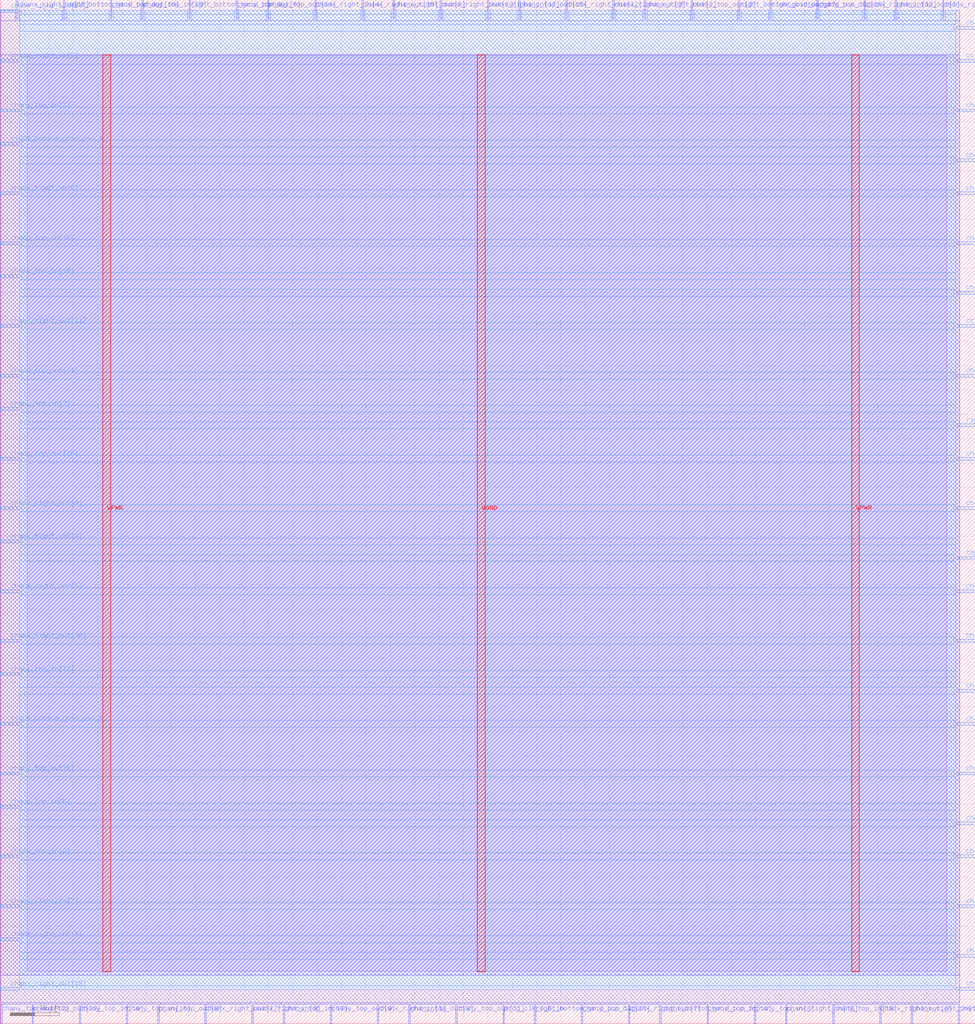
<source format=lef>
VERSION 5.7 ;
  NOWIREEXTENSIONATPIN ON ;
  DIVIDERCHAR "/" ;
  BUSBITCHARS "[]" ;
MACRO sb_0__0_
  CLASS BLOCK ;
  FOREIGN sb_0__0_ ;
  ORIGIN 0.000 0.000 ;
  SIZE 200.000 BY 210.000 ;
  PIN VGND
    DIRECTION INOUT ;
    USE GROUND ;
    PORT
      LAYER met4 ;
        RECT 97.840 10.640 99.440 198.800 ;
    END
  END VGND
  PIN VPWR
    DIRECTION INOUT ;
    USE POWER ;
    PORT
      LAYER met4 ;
        RECT 21.040 10.640 22.640 198.800 ;
    END
    PORT
      LAYER met4 ;
        RECT 174.640 10.640 176.240 198.800 ;
    END
  END VPWR
  PIN ccff_head
    DIRECTION INPUT ;
    USE SIGNAL ;
    PORT
      LAYER met3 ;
        RECT 196.000 142.840 200.000 143.440 ;
    END
  END ccff_head
  PIN ccff_tail
    DIRECTION OUTPUT TRISTATE ;
    USE SIGNAL ;
    PORT
      LAYER met3 ;
        RECT 196.000 197.240 200.000 197.840 ;
    END
  END ccff_tail
  PIN chanx_right_in[0]
    DIRECTION INPUT ;
    USE SIGNAL ;
    PORT
      LAYER met2 ;
        RECT 193.290 206.000 193.570 210.000 ;
    END
  END chanx_right_in[0]
  PIN chanx_right_in[10]
    DIRECTION INPUT ;
    USE SIGNAL ;
    PORT
      LAYER met2 ;
        RECT 196.510 0.000 196.790 4.000 ;
    END
  END chanx_right_in[10]
  PIN chanx_right_in[11]
    DIRECTION INPUT ;
    USE SIGNAL ;
    PORT
      LAYER met3 ;
        RECT 196.000 105.440 200.000 106.040 ;
    END
  END chanx_right_in[11]
  PIN chanx_right_in[12]
    DIRECTION INPUT ;
    USE SIGNAL ;
    PORT
      LAYER met2 ;
        RECT 177.190 206.000 177.470 210.000 ;
    END
  END chanx_right_in[12]
  PIN chanx_right_in[13]
    DIRECTION INPUT ;
    USE SIGNAL ;
    PORT
      LAYER met3 ;
        RECT 0.000 17.040 4.000 17.640 ;
    END
  END chanx_right_in[13]
  PIN chanx_right_in[14]
    DIRECTION INPUT ;
    USE SIGNAL ;
    PORT
      LAYER met3 ;
        RECT 0.000 98.640 4.000 99.240 ;
    END
  END chanx_right_in[14]
  PIN chanx_right_in[15]
    DIRECTION INPUT ;
    USE SIGNAL ;
    PORT
      LAYER met2 ;
        RECT 161.090 0.000 161.370 4.000 ;
    END
  END chanx_right_in[15]
  PIN chanx_right_in[16]
    DIRECTION INPUT ;
    USE SIGNAL ;
    PORT
      LAYER met3 ;
        RECT 196.000 68.040 200.000 68.640 ;
    END
  END chanx_right_in[16]
  PIN chanx_right_in[17]
    DIRECTION INPUT ;
    USE SIGNAL ;
    PORT
      LAYER met2 ;
        RECT 99.910 206.000 100.190 210.000 ;
    END
  END chanx_right_in[17]
  PIN chanx_right_in[18]
    DIRECTION INPUT ;
    USE SIGNAL ;
    PORT
      LAYER met2 ;
        RECT 3.310 206.000 3.590 210.000 ;
    END
  END chanx_right_in[18]
  PIN chanx_right_in[19]
    DIRECTION INPUT ;
    USE SIGNAL ;
    PORT
      LAYER met2 ;
        RECT 186.850 0.000 187.130 4.000 ;
    END
  END chanx_right_in[19]
  PIN chanx_right_in[1]
    DIRECTION INPUT ;
    USE SIGNAL ;
    PORT
      LAYER met2 ;
        RECT 77.370 0.000 77.650 4.000 ;
    END
  END chanx_right_in[1]
  PIN chanx_right_in[2]
    DIRECTION INPUT ;
    USE SIGNAL ;
    PORT
      LAYER met3 ;
        RECT 0.000 23.840 4.000 24.440 ;
    END
  END chanx_right_in[2]
  PIN chanx_right_in[3]
    DIRECTION INPUT ;
    USE SIGNAL ;
    PORT
      LAYER met3 ;
        RECT 196.000 176.840 200.000 177.440 ;
    END
  END chanx_right_in[3]
  PIN chanx_right_in[4]
    DIRECTION INPUT ;
    USE SIGNAL ;
    PORT
      LAYER met2 ;
        RECT 64.490 206.000 64.770 210.000 ;
    END
  END chanx_right_in[4]
  PIN chanx_right_in[5]
    DIRECTION INPUT ;
    USE SIGNAL ;
    PORT
      LAYER met3 ;
        RECT 0.000 197.240 4.000 197.840 ;
    END
  END chanx_right_in[5]
  PIN chanx_right_in[6]
    DIRECTION INPUT ;
    USE SIGNAL ;
    PORT
      LAYER met3 ;
        RECT 0.000 170.040 4.000 170.640 ;
    END
  END chanx_right_in[6]
  PIN chanx_right_in[7]
    DIRECTION INPUT ;
    USE SIGNAL ;
    PORT
      LAYER met3 ;
        RECT 196.000 34.040 200.000 34.640 ;
    END
  END chanx_right_in[7]
  PIN chanx_right_in[8]
    DIRECTION INPUT ;
    USE SIGNAL ;
    PORT
      LAYER met2 ;
        RECT 51.610 0.000 51.890 4.000 ;
    END
  END chanx_right_in[8]
  PIN chanx_right_in[9]
    DIRECTION INPUT ;
    USE SIGNAL ;
    PORT
      LAYER met3 ;
        RECT 196.000 149.640 200.000 150.240 ;
    END
  END chanx_right_in[9]
  PIN chanx_right_out[0]
    DIRECTION OUTPUT TRISTATE ;
    USE SIGNAL ;
    PORT
      LAYER met2 ;
        RECT 80.590 206.000 80.870 210.000 ;
    END
  END chanx_right_out[0]
  PIN chanx_right_out[10]
    DIRECTION OUTPUT TRISTATE ;
    USE SIGNAL ;
    PORT
      LAYER met3 ;
        RECT 196.000 170.040 200.000 170.640 ;
    END
  END chanx_right_out[10]
  PIN chanx_right_out[11]
    DIRECTION OUTPUT TRISTATE ;
    USE SIGNAL ;
    PORT
      LAYER met3 ;
        RECT 0.000 142.840 4.000 143.440 ;
    END
  END chanx_right_out[11]
  PIN chanx_right_out[12]
    DIRECTION OUTPUT TRISTATE ;
    USE SIGNAL ;
    PORT
      LAYER met2 ;
        RECT 116.010 206.000 116.290 210.000 ;
    END
  END chanx_right_out[12]
  PIN chanx_right_out[13]
    DIRECTION OUTPUT TRISTATE ;
    USE SIGNAL ;
    PORT
      LAYER met3 ;
        RECT 196.000 159.840 200.000 160.440 ;
    END
  END chanx_right_out[13]
  PIN chanx_right_out[14]
    DIRECTION OUTPUT TRISTATE ;
    USE SIGNAL ;
    PORT
      LAYER met3 ;
        RECT 0.000 207.440 4.000 208.040 ;
    END
  END chanx_right_out[14]
  PIN chanx_right_out[15]
    DIRECTION OUTPUT TRISTATE ;
    USE SIGNAL ;
    PORT
      LAYER met3 ;
        RECT 0.000 6.840 4.000 7.440 ;
    END
  END chanx_right_out[15]
  PIN chanx_right_out[16]
    DIRECTION OUTPUT TRISTATE ;
    USE SIGNAL ;
    PORT
      LAYER met3 ;
        RECT 0.000 78.240 4.000 78.840 ;
    END
  END chanx_right_out[16]
  PIN chanx_right_out[17]
    DIRECTION OUTPUT TRISTATE ;
    USE SIGNAL ;
    PORT
      LAYER met2 ;
        RECT 41.950 0.000 42.230 4.000 ;
    END
  END chanx_right_out[17]
  PIN chanx_right_out[18]
    DIRECTION OUTPUT TRISTATE ;
    USE SIGNAL ;
    PORT
      LAYER met2 ;
        RECT 90.250 206.000 90.530 210.000 ;
    END
  END chanx_right_out[18]
  PIN chanx_right_out[19]
    DIRECTION OUTPUT TRISTATE ;
    USE SIGNAL ;
    PORT
      LAYER met2 ;
        RECT 74.150 206.000 74.430 210.000 ;
    END
  END chanx_right_out[19]
  PIN chanx_right_out[1]
    DIRECTION OUTPUT TRISTATE ;
    USE SIGNAL ;
    PORT
      LAYER met3 ;
        RECT 196.000 51.040 200.000 51.640 ;
    END
  END chanx_right_out[1]
  PIN chanx_right_out[2]
    DIRECTION OUTPUT TRISTATE ;
    USE SIGNAL ;
    PORT
      LAYER met2 ;
        RECT 125.670 206.000 125.950 210.000 ;
    END
  END chanx_right_out[2]
  PIN chanx_right_out[3]
    DIRECTION OUTPUT TRISTATE ;
    USE SIGNAL ;
    PORT
      LAYER met2 ;
        RECT 132.110 206.000 132.390 210.000 ;
    END
  END chanx_right_out[3]
  PIN chanx_right_out[4]
    DIRECTION OUTPUT TRISTATE ;
    USE SIGNAL ;
    PORT
      LAYER met2 ;
        RECT 180.410 0.000 180.690 4.000 ;
    END
  END chanx_right_out[4]
  PIN chanx_right_out[5]
    DIRECTION OUTPUT TRISTATE ;
    USE SIGNAL ;
    PORT
      LAYER met3 ;
        RECT 0.000 88.440 4.000 89.040 ;
    END
  END chanx_right_out[5]
  PIN chanx_right_out[6]
    DIRECTION OUTPUT TRISTATE ;
    USE SIGNAL ;
    PORT
      LAYER met3 ;
        RECT 196.000 187.040 200.000 187.640 ;
    END
  END chanx_right_out[6]
  PIN chanx_right_out[7]
    DIRECTION OUTPUT TRISTATE ;
    USE SIGNAL ;
    PORT
      LAYER met2 ;
        RECT 128.890 0.000 129.170 4.000 ;
    END
  END chanx_right_out[7]
  PIN chanx_right_out[8]
    DIRECTION OUTPUT TRISTATE ;
    USE SIGNAL ;
    PORT
      LAYER met3 ;
        RECT 0.000 105.440 4.000 106.040 ;
    END
  END chanx_right_out[8]
  PIN chanx_right_out[9]
    DIRECTION OUTPUT TRISTATE ;
    USE SIGNAL ;
    PORT
      LAYER met3 ;
        RECT 196.000 13.640 200.000 14.240 ;
    END
  END chanx_right_out[9]
  PIN chany_top_in[0]
    DIRECTION INPUT ;
    USE SIGNAL ;
    PORT
      LAYER met3 ;
        RECT 196.000 88.440 200.000 89.040 ;
    END
  END chany_top_in[0]
  PIN chany_top_in[10]
    DIRECTION INPUT ;
    USE SIGNAL ;
    PORT
      LAYER met2 ;
        RECT 25.850 0.000 26.130 4.000 ;
    END
  END chany_top_in[10]
  PIN chany_top_in[11]
    DIRECTION INPUT ;
    USE SIGNAL ;
    PORT
      LAYER met3 ;
        RECT 0.000 71.440 4.000 72.040 ;
    END
  END chany_top_in[11]
  PIN chany_top_in[12]
    DIRECTION INPUT ;
    USE SIGNAL ;
    PORT
      LAYER met3 ;
        RECT 0.000 159.840 4.000 160.440 ;
    END
  END chany_top_in[12]
  PIN chany_top_in[13]
    DIRECTION INPUT ;
    USE SIGNAL ;
    PORT
      LAYER met2 ;
        RECT 144.990 0.000 145.270 4.000 ;
    END
  END chany_top_in[13]
  PIN chany_top_in[14]
    DIRECTION INPUT ;
    USE SIGNAL ;
    PORT
      LAYER met3 ;
        RECT 0.000 153.040 4.000 153.640 ;
    END
  END chany_top_in[14]
  PIN chany_top_in[15]
    DIRECTION INPUT ;
    USE SIGNAL ;
    PORT
      LAYER met2 ;
        RECT 29.070 206.000 29.350 210.000 ;
    END
  END chany_top_in[15]
  PIN chany_top_in[16]
    DIRECTION INPUT ;
    USE SIGNAL ;
    PORT
      LAYER met2 ;
        RECT 16.190 0.000 16.470 4.000 ;
    END
  END chany_top_in[16]
  PIN chany_top_in[17]
    DIRECTION INPUT ;
    USE SIGNAL ;
    PORT
      LAYER met2 ;
        RECT 58.050 0.000 58.330 4.000 ;
    END
  END chany_top_in[17]
  PIN chany_top_in[18]
    DIRECTION INPUT ;
    USE SIGNAL ;
    PORT
      LAYER met2 ;
        RECT 170.750 0.000 171.030 4.000 ;
    END
  END chany_top_in[18]
  PIN chany_top_in[19]
    DIRECTION INPUT ;
    USE SIGNAL ;
    PORT
      LAYER met3 ;
        RECT 196.000 78.240 200.000 78.840 ;
    END
  END chany_top_in[19]
  PIN chany_top_in[1]
    DIRECTION INPUT ;
    USE SIGNAL ;
    PORT
      LAYER met3 ;
        RECT 196.000 40.840 200.000 41.440 ;
    END
  END chany_top_in[1]
  PIN chany_top_in[2]
    DIRECTION INPUT ;
    USE SIGNAL ;
    PORT
      LAYER met3 ;
        RECT 0.000 34.040 4.000 34.640 ;
    END
  END chany_top_in[2]
  PIN chany_top_in[3]
    DIRECTION INPUT ;
    USE SIGNAL ;
    PORT
      LAYER met3 ;
        RECT 0.000 187.040 4.000 187.640 ;
    END
  END chany_top_in[3]
  PIN chany_top_in[4]
    DIRECTION INPUT ;
    USE SIGNAL ;
    PORT
      LAYER met3 ;
        RECT 196.000 6.840 200.000 7.440 ;
    END
  END chany_top_in[4]
  PIN chany_top_in[5]
    DIRECTION INPUT ;
    USE SIGNAL ;
    PORT
      LAYER met3 ;
        RECT 0.000 44.240 4.000 44.840 ;
    END
  END chany_top_in[5]
  PIN chany_top_in[6]
    DIRECTION INPUT ;
    USE SIGNAL ;
    PORT
      LAYER met3 ;
        RECT 196.000 61.240 200.000 61.840 ;
    END
  END chany_top_in[6]
  PIN chany_top_in[7]
    DIRECTION INPUT ;
    USE SIGNAL ;
    PORT
      LAYER met3 ;
        RECT 0.000 125.840 4.000 126.440 ;
    END
  END chany_top_in[7]
  PIN chany_top_in[8]
    DIRECTION INPUT ;
    USE SIGNAL ;
    PORT
      LAYER met2 ;
        RECT 154.650 0.000 154.930 4.000 ;
    END
  END chany_top_in[8]
  PIN chany_top_in[9]
    DIRECTION INPUT ;
    USE SIGNAL ;
    PORT
      LAYER met3 ;
        RECT 196.000 132.640 200.000 133.240 ;
    END
  END chany_top_in[9]
  PIN chany_top_out[0]
    DIRECTION OUTPUT TRISTATE ;
    USE SIGNAL ;
    PORT
      LAYER met2 ;
        RECT 48.390 206.000 48.670 210.000 ;
    END
  END chany_top_out[0]
  PIN chany_top_out[10]
    DIRECTION OUTPUT TRISTATE ;
    USE SIGNAL ;
    PORT
      LAYER met2 ;
        RECT 22.630 206.000 22.910 210.000 ;
    END
  END chany_top_out[10]
  PIN chany_top_out[11]
    DIRECTION OUTPUT TRISTATE ;
    USE SIGNAL ;
    PORT
      LAYER met2 ;
        RECT 93.470 0.000 93.750 4.000 ;
    END
  END chany_top_out[11]
  PIN chany_top_out[12]
    DIRECTION OUTPUT TRISTATE ;
    USE SIGNAL ;
    PORT
      LAYER met2 ;
        RECT 0.090 0.000 0.370 4.000 ;
    END
  END chany_top_out[12]
  PIN chany_top_out[13]
    DIRECTION OUTPUT TRISTATE ;
    USE SIGNAL ;
    PORT
      LAYER met2 ;
        RECT 119.230 0.000 119.510 4.000 ;
    END
  END chany_top_out[13]
  PIN chany_top_out[14]
    DIRECTION OUTPUT TRISTATE ;
    USE SIGNAL ;
    PORT
      LAYER met2 ;
        RECT 54.830 206.000 55.110 210.000 ;
    END
  END chany_top_out[14]
  PIN chany_top_out[15]
    DIRECTION OUTPUT TRISTATE ;
    USE SIGNAL ;
    PORT
      LAYER met2 ;
        RECT 106.350 206.000 106.630 210.000 ;
    END
  END chany_top_out[15]
  PIN chany_top_out[16]
    DIRECTION OUTPUT TRISTATE ;
    USE SIGNAL ;
    PORT
      LAYER met2 ;
        RECT 167.530 206.000 167.810 210.000 ;
    END
  END chany_top_out[16]
  PIN chany_top_out[17]
    DIRECTION OUTPUT TRISTATE ;
    USE SIGNAL ;
    PORT
      LAYER met3 ;
        RECT 0.000 132.640 4.000 133.240 ;
    END
  END chany_top_out[17]
  PIN chany_top_out[18]
    DIRECTION OUTPUT TRISTATE ;
    USE SIGNAL ;
    PORT
      LAYER met3 ;
        RECT 0.000 115.640 4.000 116.240 ;
    END
  END chany_top_out[18]
  PIN chany_top_out[19]
    DIRECTION OUTPUT TRISTATE ;
    USE SIGNAL ;
    PORT
      LAYER met2 ;
        RECT 6.530 0.000 6.810 4.000 ;
    END
  END chany_top_out[19]
  PIN chany_top_out[1]
    DIRECTION OUTPUT TRISTATE ;
    USE SIGNAL ;
    PORT
      LAYER met2 ;
        RECT 183.630 206.000 183.910 210.000 ;
    END
  END chany_top_out[1]
  PIN chany_top_out[2]
    DIRECTION OUTPUT TRISTATE ;
    USE SIGNAL ;
    PORT
      LAYER met2 ;
        RECT 141.770 206.000 142.050 210.000 ;
    END
  END chany_top_out[2]
  PIN chany_top_out[3]
    DIRECTION OUTPUT TRISTATE ;
    USE SIGNAL ;
    PORT
      LAYER met2 ;
        RECT 83.810 0.000 84.090 4.000 ;
    END
  END chany_top_out[3]
  PIN chany_top_out[4]
    DIRECTION OUTPUT TRISTATE ;
    USE SIGNAL ;
    PORT
      LAYER met3 ;
        RECT 196.000 204.040 200.000 204.640 ;
    END
  END chany_top_out[4]
  PIN chany_top_out[5]
    DIRECTION OUTPUT TRISTATE ;
    USE SIGNAL ;
    PORT
      LAYER met3 ;
        RECT 196.000 23.840 200.000 24.440 ;
    END
  END chany_top_out[5]
  PIN chany_top_out[6]
    DIRECTION OUTPUT TRISTATE ;
    USE SIGNAL ;
    PORT
      LAYER met3 ;
        RECT 0.000 51.040 4.000 51.640 ;
    END
  END chany_top_out[6]
  PIN chany_top_out[7]
    DIRECTION OUTPUT TRISTATE ;
    USE SIGNAL ;
    PORT
      LAYER met3 ;
        RECT 196.000 115.640 200.000 116.240 ;
    END
  END chany_top_out[7]
  PIN chany_top_out[8]
    DIRECTION OUTPUT TRISTATE ;
    USE SIGNAL ;
    PORT
      LAYER met2 ;
        RECT 32.290 0.000 32.570 4.000 ;
    END
  END chany_top_out[8]
  PIN chany_top_out[9]
    DIRECTION OUTPUT TRISTATE ;
    USE SIGNAL ;
    PORT
      LAYER met2 ;
        RECT 67.710 0.000 67.990 4.000 ;
    END
  END chany_top_out[9]
  PIN prog_clk_0_E_in
    DIRECTION INPUT ;
    USE SIGNAL ;
    PORT
      LAYER met2 ;
        RECT 103.130 0.000 103.410 4.000 ;
    END
  END prog_clk_0_E_in
  PIN right_bottom_grid_pin_11_
    DIRECTION INPUT ;
    USE SIGNAL ;
    PORT
      LAYER met3 ;
        RECT 196.000 122.440 200.000 123.040 ;
    END
  END right_bottom_grid_pin_11_
  PIN right_bottom_grid_pin_13_
    DIRECTION INPUT ;
    USE SIGNAL ;
    PORT
      LAYER met2 ;
        RECT 109.570 0.000 109.850 4.000 ;
    END
  END right_bottom_grid_pin_13_
  PIN right_bottom_grid_pin_15_
    DIRECTION INPUT ;
    USE SIGNAL ;
    PORT
      LAYER met2 ;
        RECT 157.870 206.000 158.150 210.000 ;
    END
  END right_bottom_grid_pin_15_
  PIN right_bottom_grid_pin_17_
    DIRECTION INPUT ;
    USE SIGNAL ;
    PORT
      LAYER met2 ;
        RECT 151.430 206.000 151.710 210.000 ;
    END
  END right_bottom_grid_pin_17_
  PIN right_bottom_grid_pin_1_
    DIRECTION INPUT ;
    USE SIGNAL ;
    PORT
      LAYER met2 ;
        RECT 12.970 206.000 13.250 210.000 ;
    END
  END right_bottom_grid_pin_1_
  PIN right_bottom_grid_pin_3_
    DIRECTION INPUT ;
    USE SIGNAL ;
    PORT
      LAYER met2 ;
        RECT 38.730 206.000 39.010 210.000 ;
    END
  END right_bottom_grid_pin_3_
  PIN right_bottom_grid_pin_5_
    DIRECTION INPUT ;
    USE SIGNAL ;
    PORT
      LAYER met2 ;
        RECT 135.330 0.000 135.610 4.000 ;
    END
  END right_bottom_grid_pin_5_
  PIN right_bottom_grid_pin_7_
    DIRECTION INPUT ;
    USE SIGNAL ;
    PORT
      LAYER met3 ;
        RECT 0.000 61.240 4.000 61.840 ;
    END
  END right_bottom_grid_pin_7_
  PIN right_bottom_grid_pin_9_
    DIRECTION INPUT ;
    USE SIGNAL ;
    PORT
      LAYER met3 ;
        RECT 0.000 180.240 4.000 180.840 ;
    END
  END right_bottom_grid_pin_9_
  PIN top_left_grid_pin_1_
    DIRECTION INPUT ;
    USE SIGNAL ;
    PORT
      LAYER met3 ;
        RECT 196.000 95.240 200.000 95.840 ;
    END
  END top_left_grid_pin_1_
  OBS
      LAYER li1 ;
        RECT 5.520 10.795 194.120 198.645 ;
      LAYER met1 ;
        RECT 0.070 9.900 196.810 198.800 ;
      LAYER met2 ;
        RECT 0.100 205.720 3.030 207.925 ;
        RECT 3.870 205.720 12.690 207.925 ;
        RECT 13.530 205.720 22.350 207.925 ;
        RECT 23.190 205.720 28.790 207.925 ;
        RECT 29.630 205.720 38.450 207.925 ;
        RECT 39.290 205.720 48.110 207.925 ;
        RECT 48.950 205.720 54.550 207.925 ;
        RECT 55.390 205.720 64.210 207.925 ;
        RECT 65.050 205.720 73.870 207.925 ;
        RECT 74.710 205.720 80.310 207.925 ;
        RECT 81.150 205.720 89.970 207.925 ;
        RECT 90.810 205.720 99.630 207.925 ;
        RECT 100.470 205.720 106.070 207.925 ;
        RECT 106.910 205.720 115.730 207.925 ;
        RECT 116.570 205.720 125.390 207.925 ;
        RECT 126.230 205.720 131.830 207.925 ;
        RECT 132.670 205.720 141.490 207.925 ;
        RECT 142.330 205.720 151.150 207.925 ;
        RECT 151.990 205.720 157.590 207.925 ;
        RECT 158.430 205.720 167.250 207.925 ;
        RECT 168.090 205.720 176.910 207.925 ;
        RECT 177.750 205.720 183.350 207.925 ;
        RECT 184.190 205.720 193.010 207.925 ;
        RECT 193.850 205.720 196.780 207.925 ;
        RECT 0.100 4.280 196.780 205.720 ;
        RECT 0.650 4.000 6.250 4.280 ;
        RECT 7.090 4.000 15.910 4.280 ;
        RECT 16.750 4.000 25.570 4.280 ;
        RECT 26.410 4.000 32.010 4.280 ;
        RECT 32.850 4.000 41.670 4.280 ;
        RECT 42.510 4.000 51.330 4.280 ;
        RECT 52.170 4.000 57.770 4.280 ;
        RECT 58.610 4.000 67.430 4.280 ;
        RECT 68.270 4.000 77.090 4.280 ;
        RECT 77.930 4.000 83.530 4.280 ;
        RECT 84.370 4.000 93.190 4.280 ;
        RECT 94.030 4.000 102.850 4.280 ;
        RECT 103.690 4.000 109.290 4.280 ;
        RECT 110.130 4.000 118.950 4.280 ;
        RECT 119.790 4.000 128.610 4.280 ;
        RECT 129.450 4.000 135.050 4.280 ;
        RECT 135.890 4.000 144.710 4.280 ;
        RECT 145.550 4.000 154.370 4.280 ;
        RECT 155.210 4.000 160.810 4.280 ;
        RECT 161.650 4.000 170.470 4.280 ;
        RECT 171.310 4.000 180.130 4.280 ;
        RECT 180.970 4.000 186.570 4.280 ;
        RECT 187.410 4.000 196.230 4.280 ;
      LAYER met3 ;
        RECT 4.400 207.040 196.000 207.905 ;
        RECT 4.000 205.040 196.000 207.040 ;
        RECT 4.000 203.640 195.600 205.040 ;
        RECT 4.000 198.240 196.000 203.640 ;
        RECT 4.400 196.840 195.600 198.240 ;
        RECT 4.000 188.040 196.000 196.840 ;
        RECT 4.400 186.640 195.600 188.040 ;
        RECT 4.000 181.240 196.000 186.640 ;
        RECT 4.400 179.840 196.000 181.240 ;
        RECT 4.000 177.840 196.000 179.840 ;
        RECT 4.000 176.440 195.600 177.840 ;
        RECT 4.000 171.040 196.000 176.440 ;
        RECT 4.400 169.640 195.600 171.040 ;
        RECT 4.000 160.840 196.000 169.640 ;
        RECT 4.400 159.440 195.600 160.840 ;
        RECT 4.000 154.040 196.000 159.440 ;
        RECT 4.400 152.640 196.000 154.040 ;
        RECT 4.000 150.640 196.000 152.640 ;
        RECT 4.000 149.240 195.600 150.640 ;
        RECT 4.000 143.840 196.000 149.240 ;
        RECT 4.400 142.440 195.600 143.840 ;
        RECT 4.000 133.640 196.000 142.440 ;
        RECT 4.400 132.240 195.600 133.640 ;
        RECT 4.000 126.840 196.000 132.240 ;
        RECT 4.400 125.440 196.000 126.840 ;
        RECT 4.000 123.440 196.000 125.440 ;
        RECT 4.000 122.040 195.600 123.440 ;
        RECT 4.000 116.640 196.000 122.040 ;
        RECT 4.400 115.240 195.600 116.640 ;
        RECT 4.000 106.440 196.000 115.240 ;
        RECT 4.400 105.040 195.600 106.440 ;
        RECT 4.000 99.640 196.000 105.040 ;
        RECT 4.400 98.240 196.000 99.640 ;
        RECT 4.000 96.240 196.000 98.240 ;
        RECT 4.000 94.840 195.600 96.240 ;
        RECT 4.000 89.440 196.000 94.840 ;
        RECT 4.400 88.040 195.600 89.440 ;
        RECT 4.000 79.240 196.000 88.040 ;
        RECT 4.400 77.840 195.600 79.240 ;
        RECT 4.000 72.440 196.000 77.840 ;
        RECT 4.400 71.040 196.000 72.440 ;
        RECT 4.000 69.040 196.000 71.040 ;
        RECT 4.000 67.640 195.600 69.040 ;
        RECT 4.000 62.240 196.000 67.640 ;
        RECT 4.400 60.840 195.600 62.240 ;
        RECT 4.000 52.040 196.000 60.840 ;
        RECT 4.400 50.640 195.600 52.040 ;
        RECT 4.000 45.240 196.000 50.640 ;
        RECT 4.400 43.840 196.000 45.240 ;
        RECT 4.000 41.840 196.000 43.840 ;
        RECT 4.000 40.440 195.600 41.840 ;
        RECT 4.000 35.040 196.000 40.440 ;
        RECT 4.400 33.640 195.600 35.040 ;
        RECT 4.000 24.840 196.000 33.640 ;
        RECT 4.400 23.440 195.600 24.840 ;
        RECT 4.000 18.040 196.000 23.440 ;
        RECT 4.400 16.640 196.000 18.040 ;
        RECT 4.000 14.640 196.000 16.640 ;
        RECT 4.000 13.240 195.600 14.640 ;
        RECT 4.000 7.840 196.000 13.240 ;
        RECT 4.400 6.975 195.600 7.840 ;
  END
END sb_0__0_
END LIBRARY


</source>
